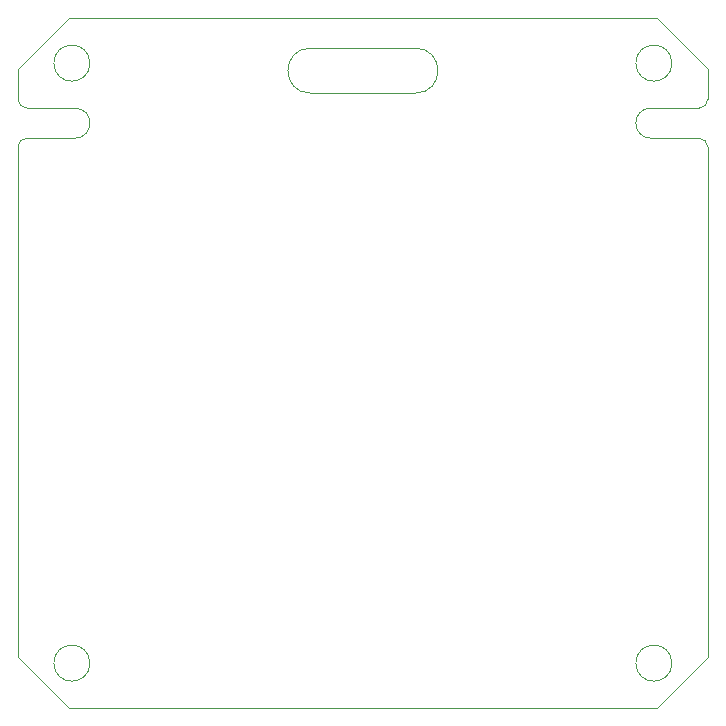
<source format=gbr>
%TF.GenerationSoftware,KiCad,Pcbnew,7.0.5-7.0.5~ubuntu22.04.1*%
%TF.CreationDate,2023-06-07T00:17:10+05:30*%
%TF.ProjectId,BagTag,42616754-6167-42e6-9b69-6361645f7063,v2*%
%TF.SameCoordinates,Original*%
%TF.FileFunction,Profile,NP*%
%FSLAX46Y46*%
G04 Gerber Fmt 4.6, Leading zero omitted, Abs format (unit mm)*
G04 Created by KiCad (PCBNEW 7.0.5-7.0.5~ubuntu22.04.1) date 2023-06-07 00:17:10*
%MOMM*%
%LPD*%
G01*
G04 APERTURE LIST*
%TA.AperFunction,Profile*%
%ADD10C,0.100000*%
%TD*%
G04 APERTURE END LIST*
D10*
X84455000Y-57150000D02*
X75565000Y-57150000D01*
X109220000Y-61722000D02*
G75*
G03*
X108458000Y-60960000I-762000J0D01*
G01*
X106172000Y-54610000D02*
G75*
G03*
X106172000Y-54610000I-1524000J0D01*
G01*
X108458000Y-58420000D02*
X104394000Y-58419999D01*
X50800000Y-55118000D02*
X55118000Y-50800000D01*
X55118000Y-50800000D02*
X104902000Y-50800000D01*
X109220000Y-55118000D02*
X104902000Y-50800000D01*
X104902000Y-109220000D02*
X109220000Y-104902000D01*
X75565000Y-53340000D02*
G75*
G03*
X75565000Y-57150000I0J-1905000D01*
G01*
X56896000Y-105410000D02*
G75*
G03*
X56896000Y-105410000I-1524000J0D01*
G01*
X104902000Y-109220000D02*
X55118000Y-109220000D01*
X51562000Y-60960000D02*
G75*
G03*
X50800000Y-61722000I0J-762000D01*
G01*
X50800000Y-104902000D02*
X55118000Y-109220000D01*
X50800000Y-57658000D02*
G75*
G03*
X51562000Y-58420000I762000J0D01*
G01*
X109220000Y-55118000D02*
X109220000Y-57658000D01*
X109220000Y-61722000D02*
X109220000Y-104902000D01*
X55626000Y-58420000D02*
X51562000Y-58420000D01*
X55626000Y-60960000D02*
G75*
G03*
X55626000Y-58420000I0J1270000D01*
G01*
X106172000Y-105410000D02*
G75*
G03*
X106172000Y-105410000I-1524000J0D01*
G01*
X56896000Y-54610000D02*
G75*
G03*
X56896000Y-54610000I-1524000J0D01*
G01*
X51562000Y-60960000D02*
X55626000Y-60960000D01*
X84455000Y-57150000D02*
G75*
G03*
X84455000Y-53340000I0J1905000D01*
G01*
X104394000Y-58419999D02*
G75*
G03*
X104394000Y-60960001I0J-1270001D01*
G01*
X75565000Y-53340000D02*
X84455000Y-53340000D01*
X104394000Y-60960000D02*
X108458000Y-60960000D01*
X50800000Y-55118000D02*
X50800000Y-57658000D01*
X50800000Y-104902000D02*
X50800000Y-61722000D01*
X108458000Y-58420000D02*
G75*
G03*
X109220000Y-57658000I0J762000D01*
G01*
M02*

</source>
